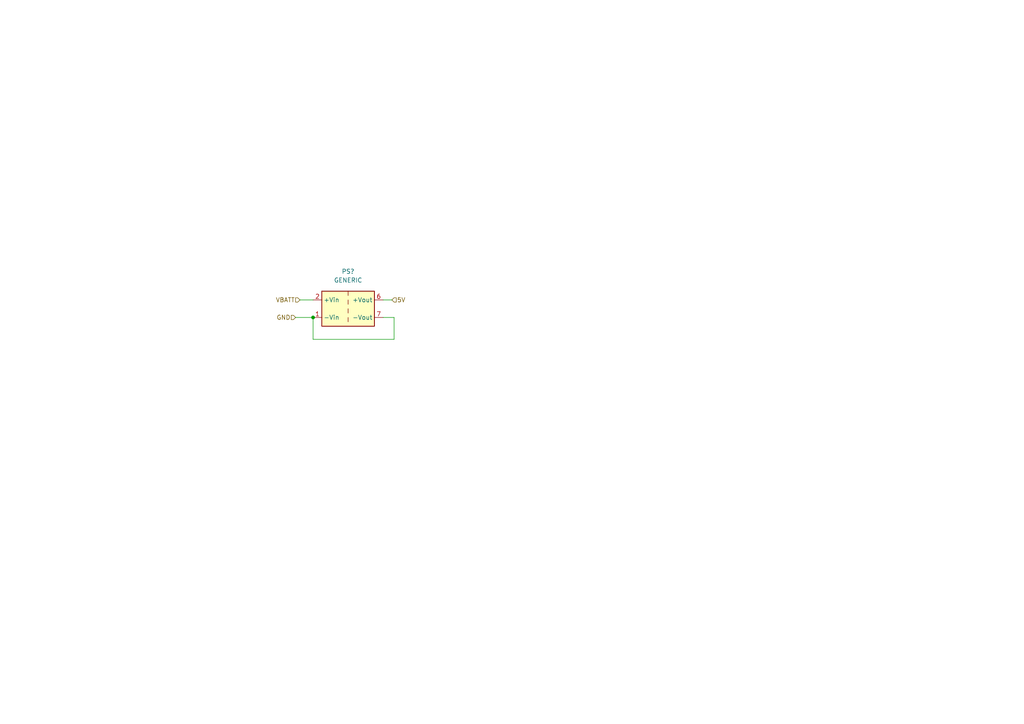
<source format=kicad_sch>
(kicad_sch (version 20211123) (generator eeschema)

  (uuid ac94c12d-1e2f-4700-9b45-563c04d5170a)

  (paper "A4")

  (title_block
    (date "2022-04-02")
    (rev "v1.04")
    (company "University of Cape Town")
  )

  (lib_symbols
    (symbol "Converter_DCDC:ITX4824SA-H" (in_bom yes) (on_board yes)
      (property "Reference" "PS" (id 0) (at -7.62 6.35 0)
        (effects (font (size 1.27 1.27)) (justify left))
      )
      (property "Value" "ITX4824SA-H" (id 1) (at 1.27 6.35 0)
        (effects (font (size 1.27 1.27)) (justify left))
      )
      (property "Footprint" "Converter_DCDC:Converter_DCDC_XP_POWER-ITXxxxxSA_THT" (id 2) (at -26.67 -6.35 0)
        (effects (font (size 1.27 1.27)) (justify left) hide)
      )
      (property "Datasheet" "https://www.xppower.com/pdfs/SF_ITX.pdf" (id 3) (at 26.67 -7.62 0)
        (effects (font (size 1.27 1.27)) (justify left) hide)
      )
      (property "ki_keywords" "XP_POWER DC/DC isolated Converter module" (id 4) (at 0 0 0)
        (effects (font (size 1.27 1.27)) hide)
      )
      (property "ki_description" "XP Power 6W, 3000 VDC Isolated DC/DC Converter Module, Fully Regulated Single Output Voltage 24V, ±250mA, 48V Input Voltage, SIP" (id 5) (at 0 0 0)
        (effects (font (size 1.27 1.27)) hide)
      )
      (property "ki_fp_filters" "*XP?POWER?ITXxxxxSA*" (id 6) (at 0 0 0)
        (effects (font (size 1.27 1.27)) hide)
      )
      (symbol "ITX4824SA-H_0_0"
        (pin power_in line (at -10.16 -2.54 0) (length 2.54)
          (name "-Vin" (effects (font (size 1.27 1.27))))
          (number "1" (effects (font (size 1.27 1.27))))
        )
        (pin power_in line (at -10.16 2.54 0) (length 2.54)
          (name "+Vin" (effects (font (size 1.27 1.27))))
          (number "2" (effects (font (size 1.27 1.27))))
        )
        (pin power_out line (at 10.16 2.54 180) (length 2.54)
          (name "+Vout" (effects (font (size 1.27 1.27))))
          (number "6" (effects (font (size 1.27 1.27))))
        )
        (pin power_out line (at 10.16 -2.54 180) (length 2.54)
          (name "-Vout" (effects (font (size 1.27 1.27))))
          (number "7" (effects (font (size 1.27 1.27))))
        )
        (pin no_connect line (at 7.62 0 180) (length 2.54) hide
          (name "NC" (effects (font (size 1.27 1.27))))
          (number "8" (effects (font (size 1.27 1.27))))
        )
      )
      (symbol "ITX4824SA-H_0_1"
        (rectangle (start -7.62 5.08) (end 7.62 -5.08)
          (stroke (width 0.254) (type default) (color 0 0 0 0))
          (fill (type background))
        )
        (polyline
          (pts
            (xy 0 -2.54)
            (xy 0 -3.81)
          )
          (stroke (width 0) (type default) (color 0 0 0 0))
          (fill (type none))
        )
        (polyline
          (pts
            (xy 0 0)
            (xy 0 -1.27)
          )
          (stroke (width 0) (type default) (color 0 0 0 0))
          (fill (type none))
        )
        (polyline
          (pts
            (xy 0 2.54)
            (xy 0 1.27)
          )
          (stroke (width 0) (type default) (color 0 0 0 0))
          (fill (type none))
        )
        (polyline
          (pts
            (xy 0 5.08)
            (xy 0 3.81)
          )
          (stroke (width 0) (type default) (color 0 0 0 0))
          (fill (type none))
        )
      )
    )
  )

  (junction (at 90.805 92.075) (diameter 0) (color 0 0 0 0)
    (uuid 6f9fa91d-11ba-48c3-b618-843bbca84884)
  )

  (wire (pts (xy 113.665 86.995) (xy 111.125 86.995))
    (stroke (width 0) (type default) (color 0 0 0 0))
    (uuid 336ccbf3-5576-4b06-bcbd-8d51d938266a)
  )
  (wire (pts (xy 85.725 92.075) (xy 90.805 92.075))
    (stroke (width 0) (type default) (color 0 0 0 0))
    (uuid 403d0b86-1810-44ca-b350-2e84525a360d)
  )
  (wire (pts (xy 111.125 92.075) (xy 114.3 92.075))
    (stroke (width 0) (type default) (color 0 0 0 0))
    (uuid 7ebee1b0-550f-4e6f-b8c9-982121bcb239)
  )
  (wire (pts (xy 86.995 86.995) (xy 90.805 86.995))
    (stroke (width 0) (type default) (color 0 0 0 0))
    (uuid 8e6f50ba-1970-48b4-9d5c-d463a5332765)
  )
  (wire (pts (xy 90.805 98.425) (xy 114.3 98.425))
    (stroke (width 0) (type default) (color 0 0 0 0))
    (uuid 97cffaea-3b01-4162-9685-608f91a9c4fe)
  )
  (wire (pts (xy 90.805 92.075) (xy 90.805 98.425))
    (stroke (width 0) (type default) (color 0 0 0 0))
    (uuid 98c2e3dc-72d5-4a97-8320-f66dd9c21435)
  )
  (wire (pts (xy 114.3 98.425) (xy 114.3 92.075))
    (stroke (width 0) (type default) (color 0 0 0 0))
    (uuid bdcd3a9f-5373-4714-939c-4eb6092a9de0)
  )

  (hierarchical_label "5V" (shape input) (at 113.665 86.995 0)
    (effects (font (size 1.27 1.27)) (justify left))
    (uuid 144418b7-eb5a-4e2e-b866-60d468764d07)
  )
  (hierarchical_label "GND" (shape input) (at 85.725 92.075 180)
    (effects (font (size 1.27 1.27)) (justify right))
    (uuid 29383a1e-d7b1-4b5b-970b-e2668a00e2da)
  )
  (hierarchical_label "VBATT" (shape input) (at 86.995 86.995 180)
    (effects (font (size 1.27 1.27)) (justify right))
    (uuid 3a4bd8c0-9dc3-44f4-9cf8-a8efaa7c04eb)
  )

  (symbol (lib_id "Converter_DCDC:ITX4824SA-H") (at 100.965 89.535 0) (unit 1)
    (in_bom yes) (on_board yes) (fields_autoplaced)
    (uuid ceda74cd-883c-4893-a702-a7c18370b19f)
    (property "Reference" "PS?" (id 0) (at 100.965 78.74 0))
    (property "Value" "GENERIC" (id 1) (at 100.965 81.28 0))
    (property "Footprint" "Converter_DCDC:Converter_DCDC_XP_POWER-ITXxxxxSA_THT" (id 2) (at 74.295 95.885 0)
      (effects (font (size 1.27 1.27)) (justify left) hide)
    )
    (property "Datasheet" "" (id 3) (at 127.635 97.155 0)
      (effects (font (size 1.27 1.27)) (justify left) hide)
    )
    (pin "1" (uuid 94f8cf91-f40d-4fc9-a937-9a0aaba50425))
    (pin "2" (uuid 28f32c12-3f0c-45ea-a995-4d0ce8f4321f))
    (pin "6" (uuid 144b53d3-5355-4370-9452-5b932dc2dfb0))
    (pin "7" (uuid bbcf53e4-b42e-43ee-992b-c5a739fc36b5))
    (pin "8" (uuid 7a634429-20a4-4886-bbe1-5566f149e563))
  )
)

</source>
